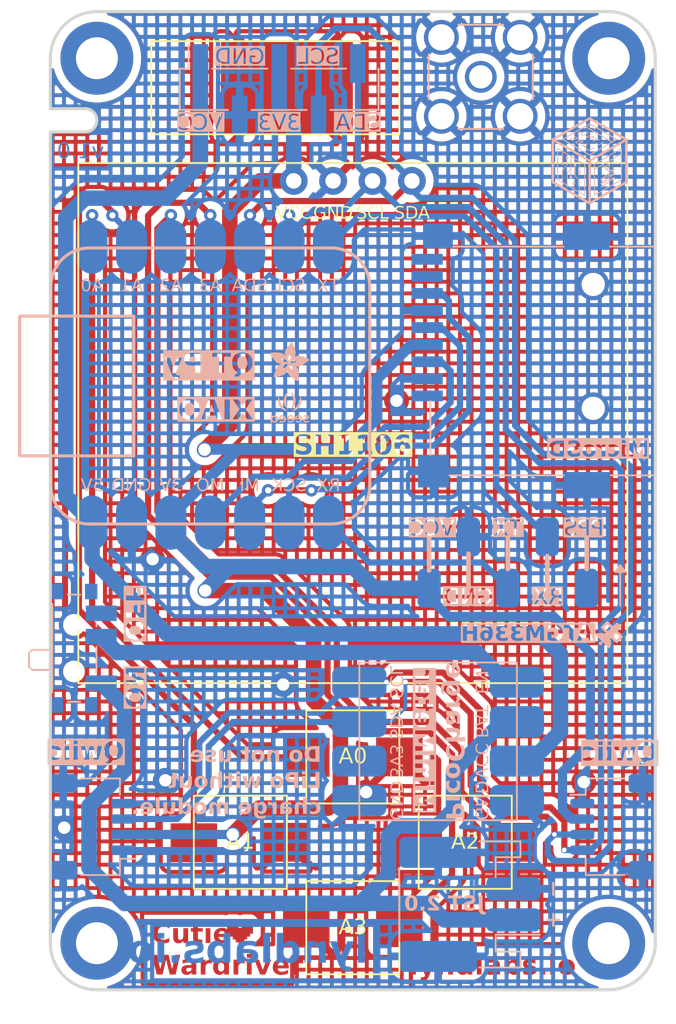
<source format=kicad_pcb>
(kicad_pcb (version 20221018) (generator pcbnew)
  (layers (0 "F.Cu" signal) (31 "B.Cu" signal) (34 "B.Paste" user) (35 "F.Paste" user) (36 "B.SilkS" user "B.Silkscreen") (37 "F.SilkS" user "F.Silkscreen") (38 "B.Mask" user) (39 "F.Mask" user) (44 "Edge.Cuts" user))
  (net 0 "")
  (net 1 "GND")
  (net 2 "+3V3")
  (net 3 "SDA")
  (net 4 "SCL")
  (net 5 "UP-Btn")
  (net 6 "LT-Btn")
  (net 7 "RT-Btn")
  (net 8 "DN-Btn")
  (net 9 "TX")
  (net 10 "RX")
  (net 11 "SCK")
  (net 12 "MISO")
  (net 13 "MOSI")
  (net 14 "+5V")
  (net 19 "VBAT")
  (net 20 "Net-(SW5-B)")
  (footprint "Wardriver-Footprints:GPS-Antenna" (layer "F.Cu") (at -5 -26.6)
    (fp_text reference "REF**" hide)
    (fp_text value "GPS-Antenna" hide)
    (pad "1" smd rect (at 0.75 0 90) (size 6 8.5) (layers "F.Cu" "F.Paste" "F.Mask") (net 1 "GND"))
  )
  (footprint "Wardriver-Footprints:Smol" (layer "F.Cu") (at 0 27.5 180)
    (fp_text reference "SW4" hide)
    (fp_text value "Down")
    (fp_text user "A3" (at 0 0 unlocked) (layer "F.SilkS"))
    (pad "1" smd rect (at -3 0 180) (size 3 2.5) (layers "F.Cu" "F.Paste" "F.Mask") (net 8 "DN-Btn"))
    (pad "2" smd rect (at 3 -0.03 180) (size 3 2.5) (layers "F.Cu" "F.Paste" "F.Mask") (net 1 "GND"))
  )
  (footprint "" (layer "F.Cu") (at 16.5 -28.5)
    (fp_text reference "" (at 0 0) (layer "F.SilkS") (effects (font (size 1.27 1.27))))
    (fp_text value "" (at 0 0) (layer "F.SilkS") (effects (font (size 1.27 1.27))))
    (pad "1" thru_hole circle (at 0 0) (size 4.7 4.7) (drill 2.7) (layers "*.Cu" "*.Mask"))
  )
  (footprint "" (layer "F.Cu") (at 16.5 28.5)
    (fp_text reference "" (at 0 0) (layer "F.SilkS") (effects (font (size 1.27 1.27))))
    (fp_text value "" (at 0 0) (layer "F.SilkS") (effects (font (size 1.27 1.27))))
    (pad "1" thru_hole circle (at 0 0) (size 4.7 4.7) (drill 2.7) (layers "*.Cu" "*.Mask"))
  )
  (footprint "Wardriver-Footprints:Smol" (layer "F.Cu") (at 7.25 22 180)
    (fp_text reference "SW3" hide)
    (fp_text value "Right")
    (fp_text user "A2" (at 0 0 unlocked) (layer "F.SilkS"))
    (pad "1" smd rect (at -3 0 180) (size 3 2.5) (layers "F.Cu" "F.Paste" "F.Mask") (net 7 "RT-Btn"))
    (pad "2" smd rect (at 3 -0.03 180) (size 3 2.5) (layers "F.Cu" "F.Paste" "F.Mask") (net 1 "GND"))
  )
  (footprint "" (layer "F.Cu") (at -16.5 -28.5)
    (fp_text reference "" (at 0 0) (layer "F.SilkS") (effects (font (size 1.27 1.27))))
    (fp_text value "" (at 0 0) (layer "F.SilkS") (effects (font (size 1.27 1.27))))
    (pad "1" thru_hole circle (at 0 0) (size 4.7 4.7) (drill 2.7) (layers "*.Cu" "*.Mask"))
  )
  (footprint "Nugget-Modules:SH1106" (layer "F.Cu") (at 0 -5)
    (fp_text reference "J4" hide)
    (fp_text value "SH1106")
    (fp_text user "SCL" (at 1.27 -13.5 unlocked) (layer "F.SilkS") (effects (font (size 0.8 0.8))))
    (fp_text user "SDA" (at 3.81 -13.5 unlocked) (layer "F.SilkS") (effects (font (size 0.8 0.8))))
    (fp_text user "GND" (at -1.27 -13.5 unlocked) (layer "F.SilkS") (effects (font (size 0.8 0.8))))
    (fp_text user "VCC" (at -3.81 -13.5 unlocked) (layer "F.SilkS") (effects (font (size 0.8 0.8))))
    (fp_text user "SH1106" (at 0 1.5 unlocked) (layer "F.SilkS" knockout) (effects (font (size 1.25 1.25) (thickness 0.25) bold)))
    (pad "1" thru_hole circle (at -3.81 -15.6) (size 1.8 1.8) (drill 1) (layers "*.Cu" "*.Mask") (net 2 "+3V3"))
    (pad "2" thru_hole circle (at -1.27 -15.6) (size 1.8 1.8) (drill 1) (layers "*.Cu" "*.Mask") (net 1 "GND"))
    (pad "3" thru_hole circle (at 1.27 -15.6) (size 1.8 1.8) (drill 1) (layers "*.Cu" "*.Mask") (net 4 "SCL"))
    (pad "4" thru_hole circle (at 3.81 -15.6) (size 1.8 1.8) (drill 1) (layers "*.Cu" "*.Mask") (net 3 "SDA"))
  )
  (footprint "Wardriver-Footprints:Smol" (layer "F.Cu") (at 0 16.5 180)
    (fp_text reference "SW1" hide)
    (fp_text value "Up")
    (fp_text user "A0" (at 0 0 unlocked) (layer "F.SilkS"))
    (pad "1" smd rect (at 3 -0.03 180) (size 3 2.5) (layers "F.Cu" "F.Paste" "F.Mask") (net 5 "UP-Btn"))
    (pad "2" smd rect (at -3 0 180) (size 3 2.5) (layers "F.Cu" "F.Paste" "F.Mask") (net 1 "GND"))
  )
  (footprint "LOGO" (layer "F.Cu") (at -7.27 27.85)
    (fp_text reference "G***" hide)
    (fp_text value "LOGO" hide)
  )
  (footprint "MountingHole:MountingHole_2.7mm_M2.5_DIN965_Pad" (layer "F.Cu") (at -16.5 28.5)
    (fp_text reference "REF**" hide)
    (fp_text value "MountingHole_2.7mm_M2.5_DIN965_Pad" hide)
    (pad "1" thru_hole circle (at 0 0) (size 4.7 4.7) (drill 2.7) (layers "*.Cu" "*.Mask"))
  )
  (footprint "Wardriver-Footprints:Smol" (layer "F.Cu") (at -7.25 22 180)
    (fp_text reference "SW2" hide)
    (fp_text value "Left")
    (fp_text user "A1" (at 0 0 unlocked) (layer "F.SilkS"))
    (pad "1" smd rect (at 3 -0.03 180) (size 3 2.5) (layers "F.Cu" "F.Paste" "F.Mask") (net 6 "LT-Btn"))
    (pad "2" smd rect (at -3 0 180) (size 3 2.5) (layers "F.Cu" "F.Paste" "F.Mask") (net 1 "GND"))
  )
  (footprint "LOGO" (layer "F.Cu") (at -7.27 27.85)
    (fp_text reference "G***" hide)
    (fp_text value "LOGO" hide)
    (fp_poly (pts (xy -0.27956 -0.609041) (xy -0.27956 -0.515854) (xy -0.186373 -0.515854) (xy -0.093186 -0.515854) (xy -0.093186 -0.424332) (xy -0.093186 -0.332809) (xy -0.001664 -0.332809) (xy 0.089859 -0.332809) (xy 0.089859 -0.424279) (xy 0.089859 -0.515749) (xy 0.181538 -0.516634) (xy 0.273217 -0.517518) (xy 0.273893 -0.609041) (xy 0.274568 -0.700563) (xy 0.460941 -0.700563) (xy 0.647314 -0.700563) (xy 0.648199 -0.608209) (xy 0.649083 -0.515854) (xy 0.740553 -0.515854) (xy 0.832023 -0.515854) (xy 0.832023 -0.237958) (xy 0.832023 0.039937) (xy 0.740501 0.039937) (xy 0.648978 0.039937) (xy 0.648978 0.133124) (xy 0.648978 0.22631) (xy 0.555792 0.22631) (xy 0.462605 0.22631) (xy 0.462605 0.319497) (xy 0.462605 0.412684) (xy 0.369418 0.412684) (xy 0.276232 0.412684) (xy 0.276232 0.50587) (xy 0.276232 0.599057) (xy 0.183098 0.599057) (xy 0.089964 0.599057) (xy 0.089079 0.691411) (xy 0.088195 0.783766) (xy -0.001889 0.78465) (xy -0.025738 0.784803) (xy -0.047384 0.784785) (xy -0.065941 0.784611) (xy -0.080523 0.784294) (xy -0.090246 0.783846) (xy -0.094223 0.783281) (xy -0.094243 0.783264) (xy -0.09484 0.779464) (xy -0.095378 0.769889) (xy -0.095836 0.75542) (xy -0.096192 0.736938) (xy -0.096425 0.715325) (xy -0.096514 0.691461) (xy -0.096515 0.690077) (xy -0.096515 0.599162) (xy -0.188869 0.598277) (xy -0.281224 0.597393) (xy -0.282108 0.505091) (xy -0.282993 0.412789) (xy -0.375295 0.411904) (xy -0.467597 0.41102) (xy -0.468481 0.318665) (xy -0.469366 0.22631) (xy -0.560783 0.22631) (xy -0.652201 0.22631) (xy -0.653085 0.133956) (xy -0.65397 0.041601) (xy -0.746325 0.040717) (xy -0.838679 0.039832) (xy -0.838679 -0.238011) (xy -0.838679 -0.515854) (xy -0.745492 -0.515854) (xy -0.652306 -0.515854) (xy -0.652306 -0.609041) (xy -0.652306 -0.702227) (xy -0.465933 -0.702227) (xy -0.27956 -0.702227)) (fill solid) (layer "F.Cu"))
  )
  (footprint "clipboard:2d2d1c66-76f1-4941-9572-424b0f1f1b1a" (layer "F.Cu") (at -4.25 -26.6)
    (fp_text reference "" (at 0 0) (layer "F.SilkS") (effects (font (size 1.27 1.27))))
    (fp_text value "" (at 0 0) (layer "F.SilkS") (effects (font (size 1.27 1.27))))
  )
  (footprint "Connector_Coaxial:SMA_Amphenol_901-144_Vertical" (layer "B.Cu") (at 8.25 -27.3 180)
    (fp_text reference "REF**" hide)
    (fp_text value "SMA_Amphenol_901-144_Vertical" hide)
    (pad "1" thru_hole circle (at 0 0 180) (size 2.05 2.05) (drill 1.5) (layers "*.Cu" "*.Mask"))
    (pad "2" thru_hole circle (at -2.54 -2.54 180) (size 2.25 2.25) (drill 1.7) (layers "*.Cu" "*.Mask") (net 1 "GND"))
    (pad "2" thru_hole circle (at -2.54 2.54 180) (size 2.25 2.25) (drill 1.7) (layers "*.Cu" "*.Mask") (net 1 "GND"))
    (pad "2" thru_hole circle (at 2.54 -2.54 180) (size 2.25 2.25) (drill 1.7) (layers "*.Cu" "*.Mask") (net 1 "GND"))
    (pad "2" thru_hole circle (at 2.54 2.54 180) (size 2.25 2.25) (drill 1.7) (layers "*.Cu" "*.Mask") (net 1 "GND"))
  )
  (footprint "PicoCharge:MiniMeter" (layer "B.Cu") (at 5.5 15.5 90)
    (fp_text reference "U4" hide)
    (fp_text value "~")
    (fp_text user "PicoCharge" (at 0 1 270 unlocked) (layer "B.SilkS") (effects (font (size 1.15 1.15) (thickness 0.25) bold) (justify mirror)))
    (fp_text user "3V3" (at -1.27 -2.75 270 unlocked) (layer "B.SilkS") (effects (font (size 0.8 0.8)) (justify mirror)))
    (fp_text user "GND" (at -3.81 -2.75 270 unlocked) (layer "B.SilkS") (effects (font (size 0.8 0.8)) (justify mirror)))
    (fp_text user "EN" (at 3.81 2.75 270 unlocked) (layer "B.SilkS") (effects (font (size 0.8 0.8)) (justify mirror)))
    (fp_text user "VCC" (at -1.27 2.75 270 unlocked) (layer "B.SilkS") (effects (font (size 0.8 0.8)) (justify mirror)))
    (fp_text user "BAT" (at 1.27 2.75 270 unlocked) (layer "B.SilkS") (effects (font (size 0.8 0.8)) (justify mirror)))
    (fp_text user "GND" (at -3.81 2.75 270 unlocked) (layer "B.SilkS") (effects (font (size 0.8 0.8)) (justify mirror)))
    (fp_text user "MiniMeter" (at 0 -1 270 unlocked) (layer "B.SilkS" knockout) (effects (font (size 1.15 1.15) (thickness 0.25) bold) (justify mirror)))
    (fp_text user "SCL" (at 3.81 -2.75 270 unlocked) (layer "B.SilkS") (effects (font (size 0.8 0.8)) (justify mirror)))
    (fp_text user "SDA" (at 1.27 -2.75 270 unlocked) (layer "B.SilkS") (effects (font (size 0.8 0.8)) (justify mirror)))
    (pad "1" smd roundrect (at -3.81 -5.08 270) (size 2 3.5) (layers "B.Cu" "B.Paste" "B.Mask") (net 1 "GND"))
    (pad "2" smd roundrect (at -1.27 -5.08 270) (size 2 3.5) (layers "B.Cu" "B.Paste" "B.Mask"))
    (pad "3" smd roundrect (at 1.27 -5.08 270) (size 2 3.5) (layers "B.Cu" "B.Paste" "B.Mask") (net 3 "SDA"))
    (pad "4" smd roundrect (at 3.81 -5.08 270) (size 2 3.5) (layers "B.Cu" "B.Paste" "B.Mask") (net 4 "SCL"))
    (pad "5" smd roundrect (at -3.81 5.08 270) (size 2 3.5) (layers "B.Cu" "B.Paste" "B.Mask") (net 1 "GND"))
    (pad "6" smd roundrect (at -1.27 5.08 270) (size 2 3.5) (layers "B.Cu" "B.Paste" "B.Mask") (net 14 "+5V"))
    (pad "7" smd roundrect (at 1.27 5.08 270) (size 2 3.5) (layers "B.Cu" "B.Paste" "B.Mask") (net 19 "VBAT"))
    (pad "8" smd roundrect (at 3.81 5.08 270) (size 2 3.5) (layers "B.Cu" "B.Paste" "B.Mask") (net 20 "Net-(SW5-B)"))
  )
  (footprint "Connector_JST:JST_SH_SM04B-SRSS-TB_1x04-1MP_P1.00mm_Horizontal" (layer "B.Cu") (at -16.8 21 90)
    (fp_text reference "J3" hide)
    (fp_text value "Qwiic Connector")
    (fp_text user "Qwiic" (at 4.8 -0.4 unlocked) (layer "B.SilkS" knockout) (effects (font (size 1.15 1.15) (thickness 0.25) bold) (justify mirror)))
    (pad "1" smd roundrect (at -1.5 2 90) (size 0.6 1.55) (layers "B.Cu" "B.Paste" "B.Mask") (net 1 "GND"))
    (pad "2" smd roundrect (at -0.5 2 90) (size 0.6 1.55) (layers "B.Cu" "B.Paste" "B.Mask") (net 2 "+3V3"))
    (pad "3" smd roundrect (at 0.5 2 90) (size 0.6 1.55) (layers "B.Cu" "B.Paste" "B.Mask") (net 3 "SDA"))
    (pad "4" smd roundrect (at 1.5 2 90) (size 0.6 1.55) (layers "B.Cu" "B.Paste" "B.Mask") (net 4 "SCL"))
    (pad "MP" smd roundrect (at -2.8 -1.875 90) (size 1.2 1.8) (layers "B.Cu" "B.Paste" "B.Mask") (roundrect_rratio 0.2083333333) (net 1 "GND"))
    (pad "MP" smd roundrect (at 2.8 -1.875 90) (size 1.2 1.8) (layers "B.Cu" "B.Paste" "B.Mask") (roundrect_rratio 0.2083333333) (net 1 "GND"))
  )
  (footprint "Wardriver-Footprints:MicroSD" (layer "B.Cu") (at 5 -9 -90)
    (fp_text reference "J1" hide)
    (fp_text value "MICRO-SD CARD" hide)
    (fp_text user "MicroSD" (at 6.32 -10.84 unlocked) (layer "B.SilkS" knockout) (effects (font (thickness 0.25) bold) (justify bottom mirror)))
    (pad "" np_thru_hole circle (at -4.93 -10.5 90) (size 1 1) (drill 1) (layers "*.Cu" "*.Mask" "B.SilkS"))
    (pad "" np_thru_hole circle (at 3.05 -10.5 90) (size 1 1) (drill 1) (layers "*.Cu" "*.Mask" "B.SilkS"))
    (pad "1" smd rect (at 2.25 0.2 90) (size 0.7 2) (layers "B.Cu" "B.Paste" "B.Mask"))
    (pad "2" smd rect (at 1.15 0.2 90) (size 0.7 2) (layers "B.Cu" "B.Paste" "B.Mask") (net 1 "GND"))
    (pad "3" smd rect (at 0.05 0.2 90) (size 0.7 2) (layers "B.Cu" "B.Paste" "B.Mask") (net 13 "MOSI"))
    (pad "4" smd rect (at -1.05 0.2 90) (size 0.7 2) (layers "B.Cu" "B.Paste" "B.Mask") (net 2 "+3V3"))
    (pad "5" smd rect (at -2.15 0.2 90) (size 0.7 2) (layers "B.Cu" "B.Paste" "B.Mask") (net 11 "SCK"))
    (pad "6" smd rect (at -3.25 0.2 90) (size 0.7 2) (layers "B.Cu" "B.Paste" "B.Mask") (net 1 "GND"))
    (pad "7" smd rect (at -4.35 0.2 90) (size 0.7 2) (layers "B.Cu" "B.Paste" "B.Mask") (net 12 "MISO"))
    (pad "8" smd rect (at -5.45 0.2 90) (size 0.7 2) (layers "B.Cu" "B.Paste" "B.Mask"))
    (pad "9" smd rect (at -6.55 0.2 90) (size 0.7 2) (layers "B.Cu" "B.Paste" "B.Mask"))
    (pad "11" smd rect (at -8.05 -0.5 90) (size 1.6 1.9) (layers "B.Cu" "B.Paste" "B.Mask") (net 1 "GND"))
    (pad "11" smd rect (at -8 -10.1 90) (size 1.7 3) (layers "B.Cu" "B.Paste" "B.Mask") (net 1 "GND"))
    (pad "11" smd rect (at 7.1 -0.2 90) (size 2.1 2) (layers "B.Cu" "B.Paste" "B.Mask") (net 1 "GND"))
    (pad "11" smd rect (at 8 -10.1 90) (size 1.7 3) (layers "B.Cu" "B.Paste" "B.Mask") (net 1 "GND"))
  )
  (footprint "Connector_JST:JST_PH_S2B-PH-SM4-TB_1x02-1MP_P2.00mm_Horizontal" (layer "B.Cu") (at 7.5 26 90)
    (fp_text reference "J2" hide)
    (fp_text value "Conn_01x02_Female")
    (fp_text user "JST 2.0" (at 0 -1.6 unlocked) (layer "B.SilkS") (effects (font (size 0.95 0.95) (thickness 0.2) bold) (justify mirror)))
    (fp_text user "-" (at 1 5.5 270 unlocked) (layer "B.SilkS") (effects (justify mirror)))
    (fp_text user "+" (at -1 5.5 270 unlocked) (layer "B.SilkS") (effects (justify mirror)))
    (pad "1" smd roundrect (at -1 2.85 90) (size 1.5 3.5) (layers "B.Cu" "B.Paste" "B.Mask") (net 19 "VBAT"))
    (pad "2" smd roundrect (at 1 2.85 90) (size 1.5 3.5) (layers "B.Cu" "B.Paste" "B.Mask") (net 1 "GND"))
    (pad "MP" smd roundrect (at -3.35 -2 90) (size 2 5) (layers "B.Cu" "B.Paste" "B.Mask") (roundrect_rratio 0.1666675) (net 1 "GND"))
    (pad "MP" smd roundrect (at 3.35 -2 90) (size 2 5) (layers "B.Cu" "B.Paste" "B.Mask") (roundrect_rratio 0.1666675) (net 1 "GND"))
  )
  (footprint "Wardriver-Footprints:MOUDLE14P-SMD-2.54-21X17.8MM" (layer "B.Cu") (at -9.19 -7.39 90)
    (fp_text reference "U1" hide)
    (fp_text value "XIAO ESP32-S2" hide)
    (fp_text user "5V" (at -6.9 -7.62 unlocked) (layer "B.SilkS") (effects (font (size 0.8 0.8)) (justify bottom mirror)))
    (fp_text user "MO" (at -6.9 0 unlocked) (layer "B.SilkS") (effects (font (size 0.8 0.8)) (justify bottom mirror)))
    (fp_text user "A3" (at 6.9 0 unlocked) (layer "B.SilkS") (effects (font (size 0.8 0.8)) (justify top mirror)))
    (fp_text user "SCL" (at 6.9 5.08 unlocked) (layer "B.SilkS") (effects (font (size 0.8 0.8)) (justify top mirror)))
    (fp_text user "A0" (at 6.9 -7.62 unlocked) (layer "B.SilkS") (effects (font (size 0.8 0.8)) (justify top mirror)))
    (fp_text user "RX" (at -6.9 7.62 unlocked) (layer "B.SilkS") (effects (font (size 0.8 0.8)) (justify bottom mirror)))
    (fp_text user "A2" (at 6.9 -2.54 unlocked) (layer "B.SilkS") (effects (font (size 0.8 0.8)) (justify top mirror)))
    (fp_text user "XIAO" (at -1.62 2.76 unlocked) (layer "B.SilkS" knockout) (effects (font (size 1.25 1.25) (thickness 0.25) bold) (justify left mirror)))
    (fp_text user "MI" (at -6.9 2.54 unlocked) (layer "B.SilkS") (effects (font (size 0.8 0.8)) (justify bottom mirror)))
    (fp_text user "3V" (at -6.9 -2.54 unlocked) (layer "B.SilkS") (effects (font (size 0.8 0.8)) (justify bottom mirror)))
    (fp_text user "A1" (at 6.9 -5.08 unlocked) (layer "B.SilkS") (effects (font (size 0.8 0.8)) (justify top mirror)))
    (fp_text user "SCK" (at -6.9 5.08 unlocked) (layer "B.SilkS") (effects (font (size 0.8 0.8)) (justify bottom mirror)))
    (fp_text user "QT Py" (at 1.38 2.81 unlocked) (layer "B.SilkS" knockout) (effects (font (size 1.25 1.25) (thickness 0.25) bold) (justify left mirror)))
    (fp_text user "GND" (at -6.9 -5.08 unlocked) (layer "B.SilkS") (effects (font (size 0.8 0.8)) (justify bottom mirror)))
    (fp_text user "SDA" (at 6.9 2.54 unlocked) (layer "B.SilkS") (effects (font (size 0.8 0.8)) (justify top mirror)))
    (fp_text user "TX" (at 6.9 7.62 unlocked) (layer "B.SilkS") (effects (font (size 0.8 0.8)) (justify top mirror)))
    (pad "1" smd oval (at 8.98 -7.62) (size 2 3.5) (layers "B.Cu" "B.Paste" "B.Mask") (net 5 "UP-Btn"))
    (pad "2" smd oval (at 8.98 -5.08) (size 2 3.5) (layers "B.Cu" "B.Paste" "B.Mask") (net 6 "LT-Btn"))
    (pad "3" smd oval (at 8.98 -2.54) (size 2 3.5) (layers "B.Cu" "B.Paste" "B.Mask") (net 7 "RT-Btn"))
    (pad "4" smd oval (at 8.98 0) (size 2 3.5) (layers "B.Cu" "B.Paste" "B.Mask") (net 8 "DN-Btn"))
    (pad "5" smd oval (at 8.98 2.54) (size 2 3.5) (layers "B.Cu" "B.Paste" "B.Mask") (net 3 "SDA"))
    (pad "6" smd oval (at 8.98 5.08) (size 2 3.5) (layers "B.Cu" "B.Paste" "B.Mask") (net 4 "SCL"))
    (pad "7" smd oval (at 8.98 7.62) (size 2 3.5) (layers "B.Cu" "B.Paste" "B.Mask") (net 9 "TX"))
    (pad "8" smd oval (at -8.8 7.62) (size 2 3.5) (layers "B.Cu" "B.Paste" "B.Mask") (net 10 "RX"))
    (pad "9" smd oval (at -8.8 5.08) (size 2 3.5) (layers "B.Cu" "B.Paste" "B.Mask") (net 11 "SCK"))
    (pad "10" smd oval (at -8.8 2.54) (size 2 3.5) (layers "B.Cu" "B.Paste" "B.Mask") (net 12 "MISO"))
    (pad "11" smd oval (at -8.8 0) (size 2 3.5) (layers "B.Cu" "B.Paste" "B.Mask") (net 13 "MOSI"))
    (pad "12" smd oval (at -8.8 -2.54) (size 2 3.5) (layers "B.Cu" "B.Paste" "B.Mask") (net 2 "+3V3"))
    (pad "13" smd oval (at -8.8 -5.08) (size 2 3.5) (layers "B.Cu" "B.Paste" "B.Mask") (net 1 "GND"))
    (pad "14" smd oval (at -8.8 -7.62) (size 2 3.5) (layers "B.Cu" "B.Paste" "B.Mask") (net 14 "+5V"))
  )
  (footprint "LOGO" (layer "B.Cu") (at 15.27011 -21.907617 180)
    (fp_text reference "G***" hide)
    (fp_text value "LOGO" hide)
  )
  (footprint "Connector_JST:JST_SH_SM04B-SRSS-TB_1x04-1MP_P1.00mm_Horizontal" (layer "B.Cu") (at 16.8 21 -90)
    (fp_text reference "J3" hide)
    (fp_text value "Qwiic Connector" hide)
    (fp_text user "Qwiic" (at -4.75 -0.4 unlocked) (layer "B.SilkS" knockout) (effects (font (size 1.15 1.15) (thickness 0.25) bold) (justify mirror)))
    (pad "1" smd roundrect (at -1.5 2 270) (size 0.6 1.55) (layers "B.Cu" "B.Paste" "B.Mask") (net 1 "GND"))
    (pad "2" smd roundrect (at -0.5 2 270) (size 0.6 1.55) (layers "B.Cu" "B.Paste" "B.Mask") (net 2 "+3V3"))
    (pad "3" smd roundrect (at 0.5 2 270) (size 0.6 1.55) (layers "B.Cu" "B.Paste" "B.Mask") (net 3 "SDA"))
    (pad "4" smd roundrect (at 1.5 2 270) (size 0.6 1.55) (layers "B.Cu" "B.Paste" "B.Mask") (net 4 "SCL"))
    (pad "MP" smd roundrect (at -2.8 -1.875 270) (size 1.2 1.8) (layers "B.Cu" "B.Paste" "B.Mask") (roundrect_rratio 0.2083333333) (net 1 "GND"))
    (pad "MP" smd roundrect (at 2.8 -1.875 270) (size 1.2 1.8) (layers "B.Cu" "B.Paste" "B.Mask") (roundrect_rratio 0.2083333333) (net 1 "GND"))
  )
  (footprint "Connector_PinHeader_2.54mm:PinHeader_1x05_P2.54mm_Vertical_SMD_Pin1Left" (layer "B.Cu") (at -4.75 -26.5 -90)
    (fp_text reference "J6" hide)
    (fp_text value "Conn_01x05_Female")
    (fp_text user "3V3" (at 2.19 0 unlocked) (layer "B.SilkS" knockout) (effects (justify mirror)))
    (fp_text user "VCC" (at 2.19 5.08 unlocked) (layer "B.SilkS" knockout) (effects (justify mirror)))
    (fp_text user "GND" (at -2.06 2.54 unlocked) (layer "B.SilkS" knockout) (effects (justify mirror)))
    (fp_text user "SDA" (at 2.19 -5.08 unlocked) (layer "B.SilkS" knockout) (effects (justify mirror)))
    (fp_text user "SCL" (at -2.06 -2.54 unlocked) (layer "B.SilkS" knockout) (effects (justify mirror)))
    (pad "1" smd rect (at -1.655 5.08 270) (size 2.51 1) (layers "B.Cu" "B.Paste" "B.Mask") (net 14 "+5V"))
    (pad "2" smd rect (at 1.655 2.54 270) (size 2.51 1) (layers "B.Cu" "B.Paste" "B.Mask") (net 1 "GND"))
    (pad "3" smd rect (at -1.655 0 270) (size 2.51 1) (layers "B.Cu" "B.Paste" "B.Mask") (net 2 "+3V3"))
    (pad "4" smd rect (at 1.655 -2.54 270) (size 2.51 1) (layers "B.Cu" "B.Paste" "B.Mask") (net 3 "SDA"))
    (pad "5" smd rect (at -1.655 -5.08 270) (size 2.51 1) (layers "B.Cu" "B.Paste" "B.Mask") (net 4 "SCL"))
  )
  (footprint "Button_Switch_SMD:SW_SPDT_PCM12" (layer "B.Cu") (at -17.65 9.5 90)
    (fp_text reference "SW5" hide)
    (fp_text value "SW_SPST")
    (fp_text user "OFF" (at 2.25 3.5 270 unlocked) (layer "B.SilkS" knockout) (effects (font (size 1.15 1.15) (thickness 0.25) bold) (justify mirror)))
    (fp_text user "ON" (at -2.5 3.5 270 unlocked) (layer "B.SilkS" knockout) (effects (font (size 1.15 1.15) (thickness 0.25) bold) (justify mirror)))
    (pad "" smd rect (at -3.65 -1.43 90) (size 1 0.8) (layers "B.Cu" "B.Paste" "B.Mask"))
    (pad "" smd rect (at -3.65 0.78 90) (size 1 0.8) (layers "B.Cu" "B.Paste" "B.Mask"))
    (pad "" np_thru_hole circle (at -1.5 -0.33 90) (size 0.9 0.9) (drill 0.9) (layers "*.Cu" "*.Mask"))
    (pad "" np_thru_hole circle (at 1.5 -0.33 90) (size 0.9 0.9) (drill 0.9) (layers "*.Cu" "*.Mask"))
    (pad "" smd rect (at 3.65 -1.43 90) (size 1 0.8) (layers "B.Cu" "B.Paste" "B.Mask"))
    (pad "" smd rect (at 3.65 0.78 90) (size 1 0.8) (layers "B.Cu" "B.Paste" "B.Mask"))
    (pad "1" smd rect (at -2.25 1.43 90) (size 1 2) (layers "B.Cu" "B.Paste" "B.Mask") (net 19 "VBAT"))
    (pad "2" smd rect (at 0.75 1.43 90) (size 1 2) (layers "B.Cu" "B.Paste" "B.Mask") (net 20 "Net-(SW5-B)"))
    (pad "3" smd rect (at 2.25 1.43 90) (size 1 2) (layers "B.Cu" "B.Paste" "B.Mask"))
  )
  (footprint "Wardriver-Footprints:ATGM336H-GPS" (layer "B.Cu") (at 10 -2.75)
    (fp_text reference "U2" hide)
    (fp_text value "ATGM336H" hide)
    (fp_text user "VCC" (at -4.9 5.15 unlocked) (layer "B.SilkS" knockout) (effects (justify bottom mirror)))
    (fp_text user "GND" (at -2.55 8.4 unlocked) (layer "B.SilkS" knockout) (effects (justify top mirror)))
    (fp_text user "PPS" (at 4.9 5.15 unlocked) (layer "B.SilkS" knockout) (effects (justify bottom mirror)))
    (fp_text user "TX" (at 0 5.15 unlocked) (layer "B.SilkS" knockout) (effects (justify bottom mirror)))
    (fp_text user "ATGM336H" (at 1.25 11.350002 unlocked) (layer "B.SilkS" knockout) (effects (font (thickness 0.25) bold) (justify mirror)))
    (fp_text user "RX" (at 2.61 8.4 unlocked) (layer "B.SilkS" knockout) (effects (justify top mirror)))
    (pad "1" smd roundrect (at -5.08 8.385) (size 1.5 2.51) (layers "B.Cu" "B.Paste" "B.Mask") (net 2 "+3V3"))
    (pad "2" smd roundrect (at -2.54 5.075) (size 1.5 2.51) (layers "B.Cu" "B.Paste" "B.Mask") (net 1 "GND"))
    (pad "3" smd roundrect (at 0 8.385) (size 1.5 2.51) (layers "B.Cu" "B.Paste" "B.Mask") (net 10 "RX"))
    (pad "4" smd roundrect (at 2.54 5.075) (size 1.5 2.51) (layers "B.Cu" "B.Paste" "B.Mask") (net 9 "TX"))
    (pad "5" smd roundrect (at 5.08 8.385) (size 1.5 2.51) (layers "B.Cu" "B.Paste" "B.Mask"))
  )
  (gr_arc (start 19.5 28.5) (mid 18.62132 30.62132) (end 16.5 31.5) (stroke (width 0.2)) (layer "Edge.Cuts"))
  (gr_line (start -19.5 -23.75) (end -17.25 -23.75) (stroke (width 0.2)) (layer "Edge.Cuts"))
  (gr_arc (start 16.5 -31.5) (mid 18.62132 -30.62132) (end 19.5 -28.5) (stroke (width 0.2)) (layer "Edge.Cuts"))
  (gr_line (start -17.25 -25.25) (end -19.5 -25.25) (stroke (width 0.2)) (layer "Edge.Cuts"))
  (gr_arc (start -16.5 31.5) (mid -18.62132 30.62132) (end -19.5 28.5) (stroke (width 0.2)) (layer "Edge.Cuts"))
  (gr_line (start -16.5 -31.5) (end 16.5 -31.5) (stroke (width 0.2)) (layer "Edge.Cuts"))
  (gr_arc (start -19.5 -28.5) (mid -18.62132 -30.62132) (end -16.5 -31.5) (stroke (width 0.2)) (layer "Edge.Cuts"))
  (gr_line (start 16.5 31.5) (end -16.5 31.5) (stroke (width 0.2)) (layer "Edge.Cuts"))
  (gr_arc (start -17.25 -25.25) (mid -16.5 -24.5) (end -17.25 -23.75) (stroke (width 0.2)) (layer "Edge.Cuts"))
  (gr_line (start -19.5 28.5) (end -19.5 -23.75) (stroke (width 0.2)) (layer "Edge.Cuts"))
  (gr_line (start 19.5 -28.5) (end 19.5 28.5) (stroke (width 0.2)) (layer "Edge.Cuts"))
  (gr_line (start -19.5 -25.25) (end -19.5 -28.5) (stroke (width 0.2)) (layer "Edge.Cuts"))
  (gr_text "Wardriver" (at -13 30) (layer "F.Cu") (effects (font (size 1.25 1.25) (thickness 0.2) bold) (justify left)))
  (gr_text "lyndlabs.io" (at 9 30) (layer "F.Cu") (effects (font (size 1.25 1.25) (thickness 0.2) bold)))
  (gr_text "Cutie       " (at -13 27.97) (layer "F.Cu") (effects (font (size 1.25 1.25) (thickness 0.2) bold) (justify left)))
  (gr_text "lyndlabs.io" (at 0.98 30.06) (layer "B.Cu") (effects (font (size 1.8 1.8) (thickness 0.3) bold) (justify left bottom mirror)))
  (gr_text "v1.0\n" (at -17.55 -22.47) (layer "B.Cu") (effects (font (size 1 1)) (justify mirror)))
  (gr_text "Do not use \nLiPo without \ncharge module." (at -2.022 20.35) (layer "B.SilkS") (effects (font (size 1 1) (thickness 0.25) bold) (justify left bottom mirror)))
  (via (at 14.89 18.12) (size 1) (drill 0.8) (layers "F.Cu" "B.Cu") (net 1))
  (via (at -12.09 18.01) (size 1) (drill 0.8) (layers "F.Cu" "B.Cu") (net 1))
  (via (at 2.82 -6.44) (size 1) (drill 0.8) (layers "F.Cu" "B.Cu") (net 1))
  (via (at -4.49 11.84) (size 1) (drill 0.8) (layers "F.Cu" "B.Cu") (net 1))
  (via (at 0.86 18.77) (size 1) (drill 0.8) (layers "F.Cu" "B.Cu") (net 1))
  (via (at -12.91 3.76) (size 1) (drill 0.8) (layers "F.Cu" "B.Cu") (net 1))
  (via (at -18.61 21.06) (size 1) (drill 0.8) (layers "F.Cu" "B.Cu") (net 1))
  (segment (start -9.53 -3.29) (end -9.56 -3.29) (width 1) (layer "F.Cu") (net 2))
  (segment (start -0.8 19) (end -0.8 14.58) (width 1) (layer "F.Cu") (net 2))
  (segment (start -7.93 -4.89) (end -9.53 -3.29) (width 1) (layer "F.Cu") (net 2))
  (segment (start -1.6 19.8) (end -0.8 19) (width 1) (layer "F.Cu") (net 2))
  (segment (start -7.744 21.5) (end -6.044 19.8) (width 1) (layer "F.Cu") (net 2))
  (segment (start -0.8 14.58) (end -2.53 12.85) (width 1) (layer "F.Cu") (net 2))
  (segment (start -5.975635 -20.6) (end -7.93 -18.645635) (width 1) (layer "F.Cu") (net 2))
  (segment (start -5.66 5.79) (end -9.52 5.79) (width 1) (layer "F.Cu") (net 2))
  (segment (start -3.81 -20.6) (end -5.975635 -20.6) (width 1) (layer "F.Cu") (net 2))
  (segment (start -6.044 19.8) (end -1.6 19.8) (width 1) (layer "F.Cu") (net 2))
  (segment (start -2.53 12.85) (end -2.53 8.92) (width 1) (layer "F.Cu") (net 2))
  (segment (start -7.93 -18.645635) (end -7.93 -4.89) (width 1) (layer "F.Cu") (net 2))
  (segment (start -2.53 8.92) (end -5.66 5.79) (width 1) (layer "F.Cu") (net 2))
  (via (at -7.744 21.5) (size 1) (drill 0.8) (layers "F.Cu" "B.Cu") (net 2))
  (via (at -9.56 -3.29) (size 1) (drill 0.8) (layers "F.Cu" "B.Cu") (net 2))
  (via (at -9.52 5.79) (size 1) (drill 0.8) (layers "F.Cu" "B.Cu") (net 2))
  (segment (start -9.56 -3.29) (end -9.578528 -3.308528) (width 0.7) (layer "B.Cu") (net 2))
  (segment (start 14.105761 20.5) (end 13.52 19.914239) (width 0.6) (layer "B.Cu") (net 2))
  (segment (start -7.97 4.24) (end -9.52 5.79) (width 1) (layer "B.Cu") (net 2))
  (segment (start -0.429188 -3.308528) (end -7.413503 -3.308528) (width 0.7) (layer "B.Cu") (net 2))
  (segment (start -9.514163 4.24) (end -0.012792 4.24) (width 1) (layer "B.Cu") (net 2))
  (segment (start 1.382208 5.635) (end 4.92 5.635) (width 1) (layer "B.Cu") (net 2))
  (segment (start 6.17 7.45) (end 4.92 6.2) (width 0.6) (layer "B.Cu") (net 2))
  (segment (start 14.8 20.5) (end 14.105761 20.5) (width 0.6) (layer "B.Cu") (net 2))
  (segment (start -3.81 -24.05) (end -3.81 -20.6) (width 1) (layer "B.Cu") (net 2))
  (segment (start -7.744 21.5) (end -14.8 21.5) (width 0.6) (layer "B.Cu") (net 2))
  (segment (start 12.95 7.45) (end 6.17 7.45) (width 0.6) (layer "B.Cu") (net 2))
  (segment (start 15.312 9.812) (end 12.95 7.45) (width 0.6) (layer "B.Cu") (net 2))
  (segment (start -11.73 2.024163) (end -9.514163 4.24) (width 1) (layer "B.Cu") (net 2))
  (segment (start 1.56 -5.297716) (end -0.429188 -3.308528) (width 0.7) (layer "B.Cu") (net 2))
  (segment (start 4.8 -10.05) (end 3.76 -10.05) (width 0.7) (layer "B.Cu") (net 2))
  (segment (start -4.75 -28.155) (end -4.75 -24.99) (width 1) (layer "B.Cu") (net 2))
  (segment (start 13.52 19.914239) (end 13.52 17.45) (width 0.6) (layer "B.Cu") (net 2))
  (segment (start 1.56 -7.85) (end 1.56 -5.297716) (width 0.7) (layer "B.Cu") (net 2))
  (segment (start -7.413503 -3.308528) (end -9.541472 -3.308528) (width 0.7) (layer "B.Cu") (net 2))
  (segment (start -6.27 4.24) (end -7.97 4.24) (width 1) (layer "B.Cu") (net 2))
  (segment (start 3.76 -10.05) (end 1.56 -7.85) (width 0.7) (layer "B.Cu") (net 2))
  (segment (start 4.92 6.2) (end 4.92 5.635) (width 0.6) (layer "B.Cu") (net 2))
  (segment (start 15.312 15.658) (end 15.312 9.812) (width 0.6) (layer "B.Cu") (net 2))
  (segment (start -0.012792 4.24) (end 1.382208 5.635) (width 1) (layer "B.Cu") (net 2))
  (segment (start -9.578528 -3.308528) (end -9.661472 -3.308528) (width 0.7) (layer "B.Cu") (net 2))
  (segment (start -11.73 1.41) (end -11.73 2.024163) (width 1) (layer "B.Cu") (net 2))
  (segment (start -11.73 1.007969) (end -11.73 1.41) (width 0.7) (layer "B.Cu") (net 2))
  (segment (start 13.52 17.45) (end 15.312 15.658) (width 0.6) (layer "B.Cu") (net 2))
  (segment (start -7.413503 -3.308528) (end -11.73 1.007969) (width 0.7) (layer "B.Cu") (net 2))
  (segment (start -4.75 -24.99) (end -3.81 -24.05) (width 1) (layer "B.Cu") (net 2))
  (segment (start -9.541472 -3.308528) (end -9.56 -3.29) (width 0.7) (layer "B.Cu") (net 2))
  (segment (start 13 20.86) (end 12.49 20.35) (width 0.4) (layer "F.Cu") (net 3))
  (segment (start 7.6 18.34) (end 7.6 13.698528) (width 0.4) (layer "F.Cu") (net 3))
  (segment (start 5.571472 11.67) (end 3.39 11.67) (width 0.4) (layer "F.Cu") (net 3))
  (segment (start 2.51 -19.3) (end 3.81 -20.6) (width 0.4) (layer "F.Cu") (net 3))
  (segment (start -5.72 -19.3) (end 2.51 -19.3) (width 0.4) (layer "F.Cu") (net 3))
  (segment (start 13 21.5) (end 13 20.86) (width 0.4) (layer "F.Cu") (net 3))
  (segment (start 12.49 20.35) (end 9.61 20.35) (width 0.4) (layer "F.Cu") (net 3))
  (segment (start 7.6 13.698528) (end 5.571472 11.67) (width 0.4) (layer "F.Cu") (net 3))
  (segment (start 9.61 20.35) (end 7.6 18.34) (width 0.4) (layer "F.Cu") (net 3))
  (segment (start -6.63 -18.39) (end -5.72 -19.3) (width 0.4) (layer "F.Cu") (net 3))
  (via (at 3.39 11.67) (size 0.4) (drill 0.3) (layers "F.Cu" "B.Cu") (net 3))
  (via (at -6.63 -18.39) (size 0.8) (drill 0.4) (layers "F.Cu" "B.Cu") (net 3))
  (via (at 13 21.5) (size 0.4) (drill 0.3) (layers "F.Cu" "B.Cu") (net 3))
  (segment (start 17.882 -2.216528) (end 17.080528 -3.018) (width 0.4) (layer "B.Cu") (net 3))
  (segment (start 12.98 23.2) (end 15.652817 23.2) (width 0.4) (layer "B.Cu") (net 3))
  (segment (start 2.47 14.23) (end 3.39 13.31) (width 0.25) (layer "B.Cu") (net 3))
  (segment (start -1.086792 14.254) (end -0.562792 13.73) (width 0.4) (layer "B.Cu") (net 3))
  (segment (start -2.21 -29.38) (end -2.21 -24.845) (width 0.4) (layer "B.Cu") (net 3))
  (segment (start 3.81 -20.046) (end 3.81 -20.6) (width 0.4) (layer "B.Cu") (net 3))
  (segment (start 0.42 14.23) (end 2.47 14.23) (width 0.25) (layer "B.Cu") (net 3))
  (segment (start 15.652817 23.2) (end 16.612 22.240817) (width 0.4) (layer "B.Cu") (net 3))
  (segment (start 16.612 8.319636) (end 17.882 7.049636) (width 0.4) (layer "B.Cu") (net 3))
  (segment (start -9.296 18.48) (end -9.296 15.813) (width 0.4) (layer "B.Cu") (net 3))
  (segment (start -1.17 -30.42) (end -2.21 -29.38) (width 0.4) (layer "B.Cu") (net 3))
  (segment (start -0.562792 13.73) (end 0.42 13.73) (width 0.4) (layer "B.Cu") (net 3))
  (segment (start 3.81 -20.6) (end 2.29 -22.12) (width 0.4) (layer "B.Cu") (net 3))
  (segment (start 12.57 22.79) (end 12.98 23.2) (width 0.4) (layer "B.Cu") (net 3))
  (segment (start -6.65 -16.37) (end -6.65 -18.37) (width 0.4) (layer "B.Cu") (net 3))
  (segment (start 7.717056 -19.51) (end 4.346 -19.51) (width 0.4) (layer "B.Cu") (net 3))
  (segment (start -14.8 20.5) (end -11.316 20.5) (width 0.4) (layer "B.Cu") (net 3))
  (segment (start -6.65 -18.37) (end -6.63 -18.39) (width 0.4) (layer "B.Cu") (net 3))
  (segment (start 10.46 -4.846528) (end 10.46 -16.767056) (width 0.4) (layer "B.Cu") (net 3))
  (segment (start 12.57 21.93) (end 12.57 22.79) (width 0.4) (layer "B.Cu") (net 3))
  (segment (start 2.29 -29.2) (end 1.07 -30.42) (width 0.4) (layer "B.Cu") (net 3))
  (segment (start 16.612 22.240817) (end 16.612 8.319636) (width 0.4) (layer "B.Cu") (net 3))
  (segment (start 4.346 -19.51) (end 3.81 -20.046) (width 0.4) (layer "B.Cu") (net 3))
  (segment (start 17.080528 -3.018) (end 12.288528 -3.018) (width 0.4) (layer "B.Cu") (net 3))
  (segment (start 2.29 -22.12) (end 2.29 -29.2) (width 0.4) (layer "B.Cu") (net 3))
  (segment (start -9.296 15.813) (end -7.737 14.254) (width 0.4) (layer "B.Cu") (net 3))
  (segment (start -11.316 20.5) (end -9.296 18.48) (width 0.4) (layer "B.Cu") (net 3))
  (segment (start 1.07 -30.42) (end -1.17 -30.42) (width 0.4) (layer "B.Cu") (net 3))
  (segment (start 13 21.5) (end 12.57 21.93) (width 0.4) (layer "B.Cu") (net 3))
  (segment (start 3.39 13.31) (end 3.39 11.67) (width 0.25) (layer "B.Cu") (net 3))
  (segment (start 10.46 -16.767056) (end 7.717056 -19.51) (width 0.4) (layer "B.Cu") (net 3))
  (segment (start 17.882 7.049636) (end 17.882 -2.216528) (width 0.4) (layer "B.Cu") (net 3))
  (segment (start 12.288528 -3.018) (end 10.46 -4.846528) (width 0.4) (layer "B.Cu") (net 3))
  (segment (start 13 21.5) (end 14.8 21.5) (width 0.4) (layer "B.Cu") (net 3))
  (segment (start -7.737 14.254) (end -1.086792 14.254) (width 0.4) (layer "B.Cu") (net 3))
  (segment (start 13.64 20.651472) (end 12.738528 19.75) (width 0.4) (layer "F.Cu") (net 4))
  (segment (start 8.2 13.45) (end 5.82 11.07) (width 0.4) (layer "F.Cu") (net 4))
  (segment (start 5.82 11.07) (end 2.78 11.07) (width 0.4) (layer "F.Cu") (net 4))
  (segment (start 2.78 11.07) (end 2.17 11.68) (width 0.4) (layer "F.Cu") (net 4))
  (segment (start 12.738528 19.75) (end 9.858528 19.75) (width 0.4) (layer "F.Cu") (net 4))
  (segment (start 13.64 22.5) (end 13.64 20.651472) (width 0.4) (layer "F.Cu") (net 4))
  (segment (start 8.2 18.091472) (end 8.2 13.45) (width 0.4) (layer "F.Cu") (net 4))
  (segment (start 9.858528 19.75) (end 8.2 18.091472) (width 0.4) (layer "F.Cu") (net 4))
  (via (at 13.64 22.5) (size 0.4) (drill 0.3) (layers "F.Cu" "B.Cu") (net 4))
  (via (at 2.17 11.68) (size 0.4) (drill 0.3) (layers "F.Cu" "B.Cu") (net 4))
  (via (at -4.11 -18.39) (size 0.8) (drill 0.4) (layers "F.Cu" "B.Cu") (net 4))
  (segment (start -0.59 -18.74) (end 1.27 -20.6) (width 0.4) (layer "B.Cu") (net 4))
  (segment (start -9.896 18.231472) (end -9.896 15.564472) (width 0.4) (layer "B.Cu") (net 4))
  (segment (start -9.896 15.564472) (end -7.985528 13.654) (width 0.4) (layer "B.Cu") (net 4))
  (segment (start 16.012 21.840817) (end 15.352817 22.5) (width 0.4) (layer "B.Cu") (net 4))
  (segment (start -11.164528 19.5) (end -9.896 18.231472) (width 0.4) (layer "B.Cu") (net 4))
  (segment (start 9.86 -4.598) (end 9.86 -16.518528) (width 0.4) (layer "B.Cu") (net 4))
  (segment (start 16.012 8.071108) (end 17.282 6.801108) (width 0.4) (layer "B.Cu") (net 4))
  (segment (start 15.352817 22.5) (end 14.8 22.5) (width 0.4) (layer "B.Cu") (net 4))
  (segment (start 2.96 -18.91) (end 1.27 -20.6) (width 0.4) (layer "B.Cu") (net 4))
  (segment (start -2.044 13.654) (end 0.42 11.19) (width 0.4) (layer "B.Cu") (net 4))
  (segment (start 9.86 -16.518528) (end 7.468528 -18.91) (width 0.4) (layer "B.Cu") (net 4))
  (segment (start 16.012 21.49) (end 16.012 21.840817) (width 0.4) (layer "B.Cu") (net 4))
  (segment (start 16.012 21.49) (end 16.012 8.071108) (width 0.4) (layer "B.Cu") (net 4))
  (segment (start 12.04 -2.418) (end 9.86 -4.598) (width 0.4) (layer "B.Cu") (net 4))
  (segment (start 0.33 -28.155) (end 0.33 -21.54) (width 0.4) (layer "B.Cu") (net 4))
  (segment (start 17.282 6.801108) (end 17.282 -1.968) (width 0.4) (layer "B.Cu") (net 4))
  (segment (start -14.8 19.5) (end -11.164528 19.5) (width 0.4) (layer "B.Cu") (net 4))
  (segment (start 16.832 -2.418) (end 12.04 -2.418) (width 0.4) (layer "B.Cu") (net 4))
  (segment (start -7.985528 13.654) (end -2.044 13.654) (width 0.4) (layer "B.Cu") (net 4))
  (segment (start 0.33 -21.54) (end 1.27 -20.6) (width 0.4) (layer "B.Cu") (net 4))
  (segment (start -4.11 -16.37) (end -4.11 -17.12) (width 0.4) (layer "B.Cu") (net 4))
  (segment (start 7.468528 -18.91) (end 2.96 -18.91) (width 0.4) (layer "B.Cu") (net 4))
  (segment (start 13.64 22.5) (end 14.8 22.5) (width 0.4) (layer "B.Cu") (net 4))
  (segment (start -4.11 -17.12) (end -2.49 -18.74) (width 0.4) (layer "B.Cu") (net 4))
  (segment (start 17.282 -1.968) (end 16.832 -2.418) (width 0.4) (layer "B.Cu") (net 4))
  (segment (start -2.49 -18.74) (end -0.59 -18.74) (width 0.4) (layer "B.Cu") (net 4))
  (segment (start -4.11 -16.37) (end -4.11 -18.39) (width 0.4) (layer "B.Cu") (net 4))
  (segment (start -16.81 -18.39) (end -16.81 6.88) (width 0.4) (layer "F.Cu") (net 5))
  (segment (start -16.81 6.88) (end -7.16 16.53) (width 0.4) (layer "F.Cu") (net 5))
  (segment (start -7.16 16.53) (end -3 16.53) (width 0.4) (layer "F.Cu") (net 5))
  (via (at -16.81 -18.39) (size 0.8) (drill 0.4) (layers "F.Cu" "B.Cu") (net 5))
  (segment (start -16.81 -18.52) (end -16.81 -16.37) (width 0.4) (layer "B.Cu") (net 5))
  (segment (start -17.66 -18.68) (end -17.66 7.1) (width 0.4) (layer "F.Cu") (net 6))
  (segment (start -15.5 -18.6) (end -16.27 -19.37) (width 0.4) (layer "F.Cu") (net 6))
  (segment (start -16.97 -19.37) (end -17.66 -18.68) (width 0.4) (layer "F.Cu") (net 6))
  (segment (start -17.66 7.1) (end -17.607208 7.1) (width 0.4) (layer "F.Cu") (net 6))
  (segment (start -16.27 -19.37) (end -16.97 -19.37) (width 0.4) (layer "F.Cu") (net 6))
  (segment (start -15.5 -18.38) (end -15.5 -18.6) (width 0.4) (layer "F.Cu") (net 6))
  (segment (start -17.607208 7.1) (end -10.25 14.457208) (width 0.4) (layer "F.Cu") (net 6))
  (segment (start -10.25 14.457208) (end -10.25 22.03) (width 0.4) (layer "F.Cu") (net 6))
  (via (at -15.5 -18.38) (size 0.8) (drill 0.4) (layers "F.Cu" "B.Cu") (net 6))
  (segment (start -14.27 -17.15) (end -15.5 -18.38) (width 0.4) (layer "B.Cu") (net 6))
  (segment (start -14.27 -16.37) (end -14.27 -17.15) (width 0.4) (layer "B.Cu") (net 6))
  (segment (start 5.148528 14.25) (end 7 16.101472) (width 0.4) (layer "F.Cu") (net 7))
  (segment (start -12.6 0.69) (end -9 4.29) (width 0.4) (layer "F.Cu") (net 7))
  (segment (start 0.99132 14.25) (end 5.148528 14.25) (width 0.4) (layer "F.Cu") (net 7))
  (segment (start -1.03 12.22868) (end 0.99132 14.25) (width 0.4) (layer "F.Cu") (net 7))
  (segment (start 7 18.75) (end 10.25 22) (width 0.4) (layer "F.Cu") (net 7))
  (segment (start -9 4.29) (end -5.03868 4.29) (width 0.4) (layer "F.Cu") (net 7))
  (segment (start -5.03868 4.29) (end -1.03 8.29868) (width 0.4) (layer "F.Cu") (net 7))
  (segment (start 7 16.101472) (end 7 18.75) (width 0.4) (layer "F.Cu") (net 7))
  (segment (start -11.73 -18.39) (end -12.6 -17.52) (width 0.4) (layer "F.Cu") (net 7))
  (segment (start -1.03 8.29868) (end -1.03 12.22868) (width 0.4) (layer "F.Cu") (net 7))
  (segment (start -12.6 -17.52) (end -12.6 0.69) (width 0.4) (layer "F.Cu") (net 7))
  (via (at -11.73 -18.39) (size 0.8) (drill 0.4) (layers "F.Cu" "B.Cu") (net 7))
  (segment (start -11.73 -18.49) (end -11.73 -16.37) (width 0.4) (layer "B.Cu") (net 7))
  (segment (start -9.19 -18.39) (end -9.99 -19.19) (width 0.4) (layer "F.Cu") (net 8))
  (segment (start 0.742792 14.85) (end 4.9 14.85) (width 0.4) (layer "F.Cu") (net 8))
  (segment (start -9.248528 4.89) (end -5.287208 4.89) (width 0.4) (layer "F.Cu") (net 8))
  (segment (start -12.37 -19.19) (end -13.2 -18.36) (width 0.4) (layer "F.Cu") (net 8))
  (segment (start 4.9 14.85) (end 6.4 16.35) (width 0.4) (layer "F.Cu") (net 8))
  (segment (start -13.2 -18.36) (end -13.2 0.938528) (width 0.4) (layer "F.Cu") (net 8))
  (segment (start -13.2 0.938528) (end -9.248528 4.89) (width 0.4) (layer "F.Cu") (net 8))
  (segment (start -1.63 12.477208) (end 0.742792 14.85) (width 0.4) (layer "F.Cu") (net 8))
  (segment (start -5.287208 4.89) (end -1.63 8.547208) (width 0.4) (layer "F.Cu") (net 8))
  (segment (start -1.63 8.547208) (end -1.63 12.477208) (width 0.4) (layer "F.Cu") (net 8))
  (segment (start -9.99 -19.19) (end -12.37 -19.19) (width 0.4) (layer "F.Cu") (net 8))
  (segment (start 6.4 24.1) (end 3 27.5) (width 0.4) (layer "F.Cu") (net 8))
  (segment (start 6.4 16.35) (end 6.4 24.1) (width 0.4) (layer "F.Cu") (net 8))
  (via (at -9.19 -18.39) (size 0.8) (drill 0.4) (layers "F.Cu" "B.Cu") (net 8))
  (segment (start -9.19 -18.39) (end -9.19 -16.37) (width 0.4) (layer "B.Cu") (net 8))
  (segment (start 12.54 2.325) (end 9.26 -0.955) (width 0.4) (layer "B.Cu") (net 9))
  (segment (start 9.26 -0.955) (end 9.26 -16.27) (width 0.4) (layer "B.Cu") (net 9))
  (segment (start 9.26 -16.27) (end 7.22 -18.31) (width 0.4) (layer "B.Cu") (net 9))
  (segment (start 0.37 -18.31) (end -1.57 -16.37) (width 0.4) (layer "B.Cu") (net 9))
  (segment (start 7.22 -18.31) (end 0.37 -18.31) (width 0.4) (layer "B.Cu") (net 9))
  (segment (start 8.345 3.98) (end 10 5.635) (width 0.4) (layer "B.Cu") (net 10))
  (segment (start -1.52 1.41) (end 1.05 3.98) (width 0.4) (layer "B.Cu") (net 10))
  (segment (start 1.05 3.98) (end 8.345 3.98) (width 0.4) (layer "B.Cu") (net 10))
  (segment (start -1.57 1.41) (end -1.52 1.41) (width 0.4) (layer "B.Cu") (net 10))
  (segment (start -4.11 1.41) (end -4.11 -0.75) (width 0.4) (layer "B.Cu") (net 11))
  (segment (start -4.11 -0.75) (end -3.37 -1.49) (width 0.4) (layer "B.Cu") (net 11))
  (segment (start -3.37 -1.49) (end -0.338528 -1.49) (width 0.4) (layer "B.Cu") (net 11))
  (segment (start 5 -4.15) (end 6.91 -6.06) (width 0.4) (layer "B.Cu") (net 11))
  (segment (start 6.91 -9.96) (end 5.72 -11.15) (width 0.4) (layer "B.Cu") (net 11))
  (segment (start 6.91 -6.06) (end 6.91 -9.96) (width 0.4) (layer "B.Cu") (net 11))
  (segment (start 2.321472 -4.15) (end 5 -4.15) (width 0.4) (layer "B.Cu") (net 11))
  (segment (start 5.72 -11.15) (end 4.8 -11.15) (width 0.4) (layer "B.Cu") (net 11))
  (segment (start -0.338528 -1.49) (end 2.321472 -4.15) (width 0.4) (layer "B.Cu") (net 11))
  (segment (start -2.67 -0.67) (end -5.46 -0.67) (width 0.4) (layer "F.Cu") (net 12))
  (via (at -2.67 -0.67) (size 0.8) (drill 0.4) (layers "F.Cu" "B.Cu") (net 12))
  (via (at -5.46 -0.67) (size 0.8) (drill 0.4) (layers "F.Cu" "B.Cu") (net 12))
  (via (at -5.46 -0.67) (size 0.8) (drill 0.4) (layers "F.Cu" "B.Cu") (net 12))
  (segment (start -0.24 -0.74) (end 2.57 -3.55) (width 0.4) (layer "B.Cu") (net 12))
  (segment (start 7.51 -5.811472) (end 7.51 -10.488528) (width 0.4) (layer "B.Cu") (net 12))
  (segment (start 6.2 -11.798528) (end 6.2 -12.87) (width 0.4) (layer "B.Cu") (net 12))
  (segment (start 5.248528 -3.55) (end 7.51 -5.811472) (width 0.4) (layer "B.Cu") (net 12))
  (segment (start 2.57 -3.55) (end 5.248528 -3.55) (width 0.4) (layer "B.Cu") (net 12))
  (segment (start -6.65 0.52) (end -5.46 -0.67) (width 0.4) (layer "B.Cu") (net 12))
  (segment (start -6.65 1.41) (end -6.65 0.52) (width 0.4) (layer "B.Cu") (net 12))
  (segment (start -2.6 -0.74) (end -0.24 -0.74) (width 0.4) (layer "B.Cu") (net 12))
  (segment (start 7.51 -10.488528) (end 6.2 -11.798528) (width 0.4) (layer "B.Cu") (net 12))
  (segment (start -2.67 -0.67) (end -2.6 -0.74) (width 0.4) (layer "B.Cu") (net 12))
  (segment (start 5.72 -13.35) (end 4.8 -13.35) (width 0.4) (layer "B.Cu") (net 12))
  (segment (start 6.2 -12.87) (end 5.72 -13.35) (width 0.4) (layer "B.Cu") (net 12))
  (segment (start -9.19 1.41) (end -9.19 1.220101) (width 0.4) (layer "B.Cu") (net 13))
  (segment (start 2.072944 -4.75) (end 4.72 -4.75) (width 0.4) (layer "B.Cu") (net 13))
  (segment (start 4.72 -4.75) (end 6.31 -6.34) (width 0.4) (layer "B.Cu") (net 13))
  (segment (start -3.15 -2.558528) (end -0.118528 -2.558528) (width 0.4) (layer "B.Cu") (net 13))
  (segment (start -4.158528 -1.55) (end -3.15 -2.558528) (width 0.4) (layer "B.Cu") (net 13))
  (segment (start 6.31 -6.34) (end 6.31 -8.36) (width 0.4) (layer "B.Cu") (net 13))
  (segment (start 5.72 -8.95) (end 4.8 -8.95) (width 0.4) (layer "B.Cu") (net 13))
  (segment (start -6.419899 -1.55) (end -4.158528 -1.55) (width 0.4) (layer "B.Cu") (net 13))
  (segment (start -9.19 1.220101) (end -6.419899 -1.55) (width 0.4) (layer "B.Cu") (net 13))
  (segment (start 6.31 -8.36) (end 5.72 -8.95) (width 0.4) (layer "B.Cu") (net 13))
  (segment (start -0.118528 -2.558528) (end 2.072944 -4.75) (width 0.4) (layer "B.Cu") (net 13))
  (segment (start -18.51 -0.29) (end -18.51 -18.245635) (width 1) (layer "B.Cu") (net 14))
  (segment (start -9.83 -21.7) (end -9.83 -25.34) (width 1) (layer "B.Cu") (net 14))
  (segment (start 10.58 16.27) (end 11.987056 16.27) (width 1) (layer "B.Cu") (net 14))
  (segment (start -11.99 8.58) (end -16.81 3.76) (width 1) (layer "B.Cu") (net 14))
  (segment (start 13.39 9.878) (end 12.092 8.58) (width 1) (layer "B.Cu") (net 14))
  (segment (start -17.265635 -19.49) (end -12.04 -19.49) (width 1) (layer "B.Cu") (net 14))
  (segment (start -9.83 -28.155) (end -9.83 -22.3) (width 1) (layer "B.Cu") (net 14))
  (segment (start -18.51 -18.245635) (end -17.265635 -19.49) (width 1) (layer "B.Cu") (net 14))
  (segment (start -16.81 1.41) (end -18.51 -0.29) (width 1) (layer "B.Cu") (net 14))
  (segment (start 11.987056 16.27) (end 13.39 14.867056) (width 1) (layer "B.Cu") (net 14))
  (segment (start 13.39 14.867056) (end 13.39 9.878) (width 1) (layer "B.Cu") (net 14))
  (segment (start -12.04 -19.49) (end -9.83 -21.7) (width 1) (layer "B.Cu") (net 14))
  (segment (start -16.81 3.76) (end -16.81 1.41) (width 1) (layer "B.Cu") (net 14))
  (segment (start 12.092 8.58) (end -11.99 8.58) (width 1) (layer "B.Cu") (net 14))
  (segment (start 9.672944 14.23) (end 10.58 14.23) (width 1) (layer "B.Cu") (net 19))
  (segment (start -17.008 19.655208) (end -17.008 23.652) (width 1) (layer "B.Cu") (net 19))
  (segment (start 2.3 21.555314) (end 2.905314 20.95) (width 1) (layer "B.Cu") (net 19))
  (segment (start -16.22 11.75) (end -14.722 13.248) (width 1) (layer "B.Cu") (net 19))
  (segment (start 6.492944 17.41) (end 9.672944 14.23) (width 1) (layer "B.Cu") (net 19))
  (segment (start 2.3 24.1) (end 2.3 21.555314) (width 1) (layer "B.Cu") (net 19))
  (segment (start -14.722 17.369208) (end -17.008 19.655208) (width 1) (layer "B.Cu") (net 19))
  (segment (start 2.905314 20.95) (end 5.45 20.95) (width 1) (layer "B.Cu") (net 19))
  (segment (start 5.898 27) (end 10.35 27) (width 1) (layer "B.Cu") (net 19))
  (segment (start 5.45 20.95) (end 6.492944 19.907056) (width 1) (layer "B.Cu") (net 19))
  (segment (start -3.546 25.938) (end 4.836 25.938) (width 1) (layer "B.Cu") (net 19))
  (segment (start 0.462 25.938) (end 2.3 24.1) (width 1) (layer "B.Cu") (net 19))
  (segment (start -3.546 25.938) (end 0.462 25.938) (width 1) (layer "B.Cu") (net 19))
  (segment (start 6.492944 19.907056) (end 6.492944 17.41) (width 1) (layer "B.Cu") (net 19))
  (segment (start -14.722 13.248) (end -14.722 17.369208) (width 1) (layer "B.Cu") (net 19))
  (segment (start 4.836 25.938) (end 5.898 27) (width 1) (layer "B.Cu") (net 19))
  (segment (start -14.722 25.938) (end -3.546 25.938) (width 1) (layer "B.Cu") (net 19))
  (segment (start -17.008 23.652) (end -14.722 25.938) (width 1) (layer "B.Cu") (net 19))
  (segment (start -16.22 8.75) (end -15.19 9.78) (width 1) (layer "B.Cu") (net 20))
  (segment (start -15.19 9.78) (end 7.982 9.78) (width 1) (layer "B.Cu") (net 20))
  (segment (start 9.892 11.69) (end 10.58 11.69) (width 1) (layer "B.Cu") (net 20))
  (segment (start 7.982 9.78) (end 9.892 11.69) (width 1) (layer "B.Cu") (net 20))
  (zone (net 1) (net_name "GND") (layers "F&B.Cu") (connect_pads (clearance 0.5)) (min_thickness 0.25) (fill yes (mode hatch) (thermal_gap 0.5) (thermal_bridge_width 0.5) (hatch_thickness 0.25) (hatch_gap 0.5) (hatch_orientation 0) (hatch_border_algorithm hatch_thickness) (hatch_min_hole_area 0.3))
    (polygon (pts (xy -20.35 -32.25) (xy 20.85 -32.15) (xy 20.85 32.25) (xy -21.45 32.25)))
  )
)
</source>
